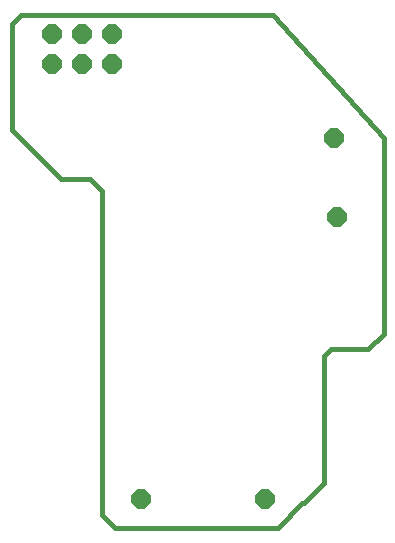
<source format=gbs>
G75*
G70*
%OFA0B0*%
%FSLAX24Y24*%
%IPPOS*%
%LPD*%
%AMOC8*
5,1,8,0,0,1.08239X$1,22.5*
%
%ADD10C,0.0160*%
%ADD11OC8,0.0640*%
D10*
X006910Y003949D02*
X006910Y014737D01*
X006516Y015130D01*
X005571Y015130D01*
X003918Y016784D01*
X003918Y020288D01*
X004233Y020603D01*
X012619Y020603D01*
X016319Y016508D01*
X016319Y009973D01*
X015807Y009461D01*
X014548Y009461D01*
X014311Y009225D01*
X014311Y005012D01*
X013642Y004343D01*
X013603Y004343D02*
X012776Y003516D01*
X007343Y003516D01*
X006910Y003949D01*
D11*
X008209Y004481D03*
X012343Y004481D03*
X014744Y013870D03*
X014666Y016508D03*
X007241Y018961D03*
X007241Y019961D03*
X006241Y019961D03*
X006241Y018961D03*
X005241Y018961D03*
X005241Y019961D03*
M02*

</source>
